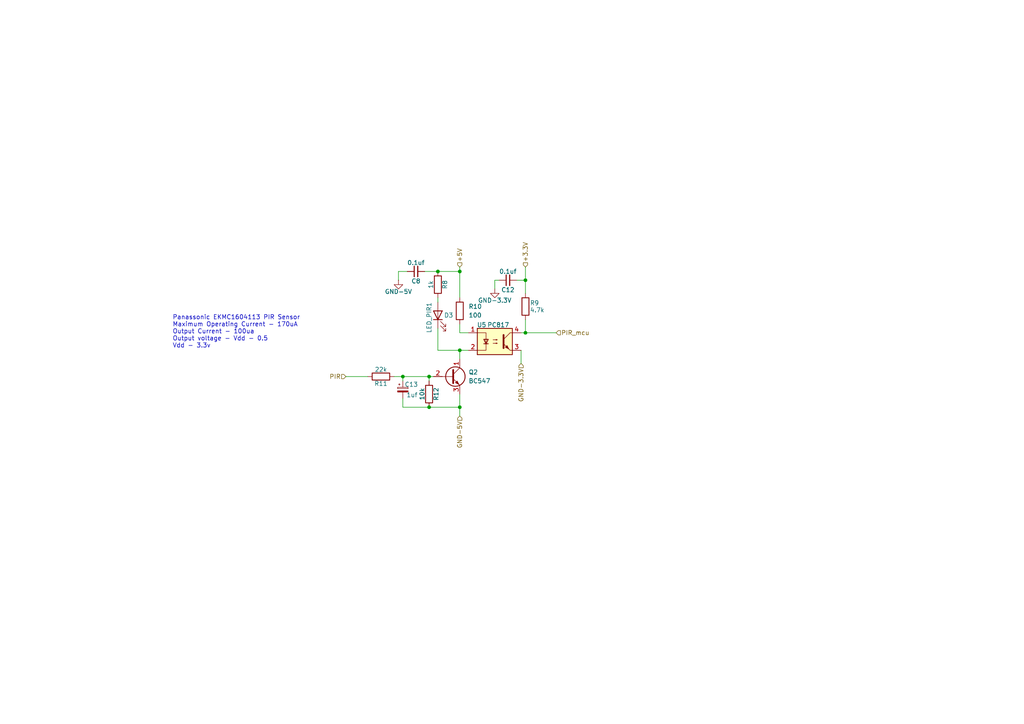
<source format=kicad_sch>
(kicad_sch
	(version 20250114)
	(generator "eeschema")
	(generator_version "9.0")
	(uuid "6f02992d-4d27-48ca-9ceb-87be7021ee26")
	(paper "A4")
	(lib_symbols
		(symbol "Device:C_Polarized_Small"
			(pin_numbers
				(hide yes)
			)
			(pin_names
				(offset 0.254)
				(hide yes)
			)
			(exclude_from_sim no)
			(in_bom yes)
			(on_board yes)
			(property "Reference" "C"
				(at 0.254 1.778 0)
				(effects
					(font
						(size 1.27 1.27)
					)
					(justify left)
				)
			)
			(property "Value" "C_Polarized_Small"
				(at 0.254 -2.032 0)
				(effects
					(font
						(size 1.27 1.27)
					)
					(justify left)
				)
			)
			(property "Footprint" ""
				(at 0 0 0)
				(effects
					(font
						(size 1.27 1.27)
					)
					(hide yes)
				)
			)
			(property "Datasheet" "~"
				(at 0 0 0)
				(effects
					(font
						(size 1.27 1.27)
					)
					(hide yes)
				)
			)
			(property "Description" "Polarized capacitor, small symbol"
				(at 0 0 0)
				(effects
					(font
						(size 1.27 1.27)
					)
					(hide yes)
				)
			)
			(property "ki_keywords" "cap capacitor"
				(at 0 0 0)
				(effects
					(font
						(size 1.27 1.27)
					)
					(hide yes)
				)
			)
			(property "ki_fp_filters" "CP_*"
				(at 0 0 0)
				(effects
					(font
						(size 1.27 1.27)
					)
					(hide yes)
				)
			)
			(symbol "C_Polarized_Small_0_1"
				(rectangle
					(start -1.524 0.6858)
					(end 1.524 0.3048)
					(stroke
						(width 0)
						(type default)
					)
					(fill
						(type none)
					)
				)
				(rectangle
					(start -1.524 -0.3048)
					(end 1.524 -0.6858)
					(stroke
						(width 0)
						(type default)
					)
					(fill
						(type outline)
					)
				)
				(polyline
					(pts
						(xy -1.27 1.524) (xy -0.762 1.524)
					)
					(stroke
						(width 0)
						(type default)
					)
					(fill
						(type none)
					)
				)
				(polyline
					(pts
						(xy -1.016 1.27) (xy -1.016 1.778)
					)
					(stroke
						(width 0)
						(type default)
					)
					(fill
						(type none)
					)
				)
			)
			(symbol "C_Polarized_Small_1_1"
				(pin passive line
					(at 0 2.54 270)
					(length 1.8542)
					(name "~"
						(effects
							(font
								(size 1.27 1.27)
							)
						)
					)
					(number "1"
						(effects
							(font
								(size 1.27 1.27)
							)
						)
					)
				)
				(pin passive line
					(at 0 -2.54 90)
					(length 1.8542)
					(name "~"
						(effects
							(font
								(size 1.27 1.27)
							)
						)
					)
					(number "2"
						(effects
							(font
								(size 1.27 1.27)
							)
						)
					)
				)
			)
			(embedded_fonts no)
		)
		(symbol "Device:C_Small"
			(pin_numbers
				(hide yes)
			)
			(pin_names
				(offset 0.254)
				(hide yes)
			)
			(exclude_from_sim no)
			(in_bom yes)
			(on_board yes)
			(property "Reference" "C"
				(at 0.254 1.778 0)
				(effects
					(font
						(size 1.27 1.27)
					)
					(justify left)
				)
			)
			(property "Value" "C_Small"
				(at 0.254 -2.032 0)
				(effects
					(font
						(size 1.27 1.27)
					)
					(justify left)
				)
			)
			(property "Footprint" ""
				(at 0 0 0)
				(effects
					(font
						(size 1.27 1.27)
					)
					(hide yes)
				)
			)
			(property "Datasheet" "~"
				(at 0 0 0)
				(effects
					(font
						(size 1.27 1.27)
					)
					(hide yes)
				)
			)
			(property "Description" "Unpolarized capacitor, small symbol"
				(at 0 0 0)
				(effects
					(font
						(size 1.27 1.27)
					)
					(hide yes)
				)
			)
			(property "ki_keywords" "capacitor cap"
				(at 0 0 0)
				(effects
					(font
						(size 1.27 1.27)
					)
					(hide yes)
				)
			)
			(property "ki_fp_filters" "C_*"
				(at 0 0 0)
				(effects
					(font
						(size 1.27 1.27)
					)
					(hide yes)
				)
			)
			(symbol "C_Small_0_1"
				(polyline
					(pts
						(xy -1.524 0.508) (xy 1.524 0.508)
					)
					(stroke
						(width 0.3048)
						(type default)
					)
					(fill
						(type none)
					)
				)
				(polyline
					(pts
						(xy -1.524 -0.508) (xy 1.524 -0.508)
					)
					(stroke
						(width 0.3302)
						(type default)
					)
					(fill
						(type none)
					)
				)
			)
			(symbol "C_Small_1_1"
				(pin passive line
					(at 0 2.54 270)
					(length 2.032)
					(name "~"
						(effects
							(font
								(size 1.27 1.27)
							)
						)
					)
					(number "1"
						(effects
							(font
								(size 1.27 1.27)
							)
						)
					)
				)
				(pin passive line
					(at 0 -2.54 90)
					(length 2.032)
					(name "~"
						(effects
							(font
								(size 1.27 1.27)
							)
						)
					)
					(number "2"
						(effects
							(font
								(size 1.27 1.27)
							)
						)
					)
				)
			)
			(embedded_fonts no)
		)
		(symbol "Device:LED"
			(pin_numbers
				(hide yes)
			)
			(pin_names
				(offset 1.016)
				(hide yes)
			)
			(exclude_from_sim no)
			(in_bom yes)
			(on_board yes)
			(property "Reference" "D"
				(at 0 2.54 0)
				(effects
					(font
						(size 1.27 1.27)
					)
				)
			)
			(property "Value" "LED"
				(at 0 -2.54 0)
				(effects
					(font
						(size 1.27 1.27)
					)
				)
			)
			(property "Footprint" ""
				(at 0 0 0)
				(effects
					(font
						(size 1.27 1.27)
					)
					(hide yes)
				)
			)
			(property "Datasheet" "~"
				(at 0 0 0)
				(effects
					(font
						(size 1.27 1.27)
					)
					(hide yes)
				)
			)
			(property "Description" "Light emitting diode"
				(at 0 0 0)
				(effects
					(font
						(size 1.27 1.27)
					)
					(hide yes)
				)
			)
			(property "Sim.Pins" "1=K 2=A"
				(at 0 0 0)
				(effects
					(font
						(size 1.27 1.27)
					)
					(hide yes)
				)
			)
			(property "ki_keywords" "LED diode"
				(at 0 0 0)
				(effects
					(font
						(size 1.27 1.27)
					)
					(hide yes)
				)
			)
			(property "ki_fp_filters" "LED* LED_SMD:* LED_THT:*"
				(at 0 0 0)
				(effects
					(font
						(size 1.27 1.27)
					)
					(hide yes)
				)
			)
			(symbol "LED_0_1"
				(polyline
					(pts
						(xy -3.048 -0.762) (xy -4.572 -2.286) (xy -3.81 -2.286) (xy -4.572 -2.286) (xy -4.572 -1.524)
					)
					(stroke
						(width 0)
						(type default)
					)
					(fill
						(type none)
					)
				)
				(polyline
					(pts
						(xy -1.778 -0.762) (xy -3.302 -2.286) (xy -2.54 -2.286) (xy -3.302 -2.286) (xy -3.302 -1.524)
					)
					(stroke
						(width 0)
						(type default)
					)
					(fill
						(type none)
					)
				)
				(polyline
					(pts
						(xy -1.27 0) (xy 1.27 0)
					)
					(stroke
						(width 0)
						(type default)
					)
					(fill
						(type none)
					)
				)
				(polyline
					(pts
						(xy -1.27 -1.27) (xy -1.27 1.27)
					)
					(stroke
						(width 0.254)
						(type default)
					)
					(fill
						(type none)
					)
				)
				(polyline
					(pts
						(xy 1.27 -1.27) (xy 1.27 1.27) (xy -1.27 0) (xy 1.27 -1.27)
					)
					(stroke
						(width 0.254)
						(type default)
					)
					(fill
						(type none)
					)
				)
			)
			(symbol "LED_1_1"
				(pin passive line
					(at -3.81 0 0)
					(length 2.54)
					(name "K"
						(effects
							(font
								(size 1.27 1.27)
							)
						)
					)
					(number "1"
						(effects
							(font
								(size 1.27 1.27)
							)
						)
					)
				)
				(pin passive line
					(at 3.81 0 180)
					(length 2.54)
					(name "A"
						(effects
							(font
								(size 1.27 1.27)
							)
						)
					)
					(number "2"
						(effects
							(font
								(size 1.27 1.27)
							)
						)
					)
				)
			)
			(embedded_fonts no)
		)
		(symbol "Device:R"
			(pin_numbers
				(hide yes)
			)
			(pin_names
				(offset 0)
			)
			(exclude_from_sim no)
			(in_bom yes)
			(on_board yes)
			(property "Reference" "R"
				(at 2.032 0 90)
				(effects
					(font
						(size 1.27 1.27)
					)
				)
			)
			(property "Value" "R"
				(at 0 0 90)
				(effects
					(font
						(size 1.27 1.27)
					)
				)
			)
			(property "Footprint" ""
				(at -1.778 0 90)
				(effects
					(font
						(size 1.27 1.27)
					)
					(hide yes)
				)
			)
			(property "Datasheet" "~"
				(at 0 0 0)
				(effects
					(font
						(size 1.27 1.27)
					)
					(hide yes)
				)
			)
			(property "Description" "Resistor"
				(at 0 0 0)
				(effects
					(font
						(size 1.27 1.27)
					)
					(hide yes)
				)
			)
			(property "ki_keywords" "R res resistor"
				(at 0 0 0)
				(effects
					(font
						(size 1.27 1.27)
					)
					(hide yes)
				)
			)
			(property "ki_fp_filters" "R_*"
				(at 0 0 0)
				(effects
					(font
						(size 1.27 1.27)
					)
					(hide yes)
				)
			)
			(symbol "R_0_1"
				(rectangle
					(start -1.016 -2.54)
					(end 1.016 2.54)
					(stroke
						(width 0.254)
						(type default)
					)
					(fill
						(type none)
					)
				)
			)
			(symbol "R_1_1"
				(pin passive line
					(at 0 3.81 270)
					(length 1.27)
					(name "~"
						(effects
							(font
								(size 1.27 1.27)
							)
						)
					)
					(number "1"
						(effects
							(font
								(size 1.27 1.27)
							)
						)
					)
				)
				(pin passive line
					(at 0 -3.81 90)
					(length 1.27)
					(name "~"
						(effects
							(font
								(size 1.27 1.27)
							)
						)
					)
					(number "2"
						(effects
							(font
								(size 1.27 1.27)
							)
						)
					)
				)
			)
			(embedded_fonts no)
		)
		(symbol "Isolator:PC817"
			(pin_names
				(offset 1.016)
			)
			(exclude_from_sim no)
			(in_bom yes)
			(on_board yes)
			(property "Reference" "U"
				(at -5.08 5.08 0)
				(effects
					(font
						(size 1.27 1.27)
					)
					(justify left)
				)
			)
			(property "Value" "PC817"
				(at 0 5.08 0)
				(effects
					(font
						(size 1.27 1.27)
					)
					(justify left)
				)
			)
			(property "Footprint" "Package_DIP:DIP-4_W7.62mm"
				(at -5.08 -5.08 0)
				(effects
					(font
						(size 1.27 1.27)
						(italic yes)
					)
					(justify left)
					(hide yes)
				)
			)
			(property "Datasheet" "http://www.soselectronic.cz/a_info/resource/d/pc817.pdf"
				(at 0 0 0)
				(effects
					(font
						(size 1.27 1.27)
					)
					(justify left)
					(hide yes)
				)
			)
			(property "Description" "DC Optocoupler, Vce 35V, CTR 50-300%, DIP-4"
				(at 0 0 0)
				(effects
					(font
						(size 1.27 1.27)
					)
					(hide yes)
				)
			)
			(property "ki_keywords" "NPN DC Optocoupler"
				(at 0 0 0)
				(effects
					(font
						(size 1.27 1.27)
					)
					(hide yes)
				)
			)
			(property "ki_fp_filters" "DIP*W7.62mm*"
				(at 0 0 0)
				(effects
					(font
						(size 1.27 1.27)
					)
					(hide yes)
				)
			)
			(symbol "PC817_0_1"
				(rectangle
					(start -5.08 3.81)
					(end 5.08 -3.81)
					(stroke
						(width 0.254)
						(type default)
					)
					(fill
						(type background)
					)
				)
				(polyline
					(pts
						(xy -5.08 2.54) (xy -2.54 2.54) (xy -2.54 -0.635)
					)
					(stroke
						(width 0)
						(type default)
					)
					(fill
						(type none)
					)
				)
				(polyline
					(pts
						(xy -3.175 -0.635) (xy -1.905 -0.635)
					)
					(stroke
						(width 0.254)
						(type default)
					)
					(fill
						(type none)
					)
				)
				(polyline
					(pts
						(xy -2.54 -0.635) (xy -2.54 -2.54) (xy -5.08 -2.54)
					)
					(stroke
						(width 0)
						(type default)
					)
					(fill
						(type none)
					)
				)
				(polyline
					(pts
						(xy -2.54 -0.635) (xy -3.175 0.635) (xy -1.905 0.635) (xy -2.54 -0.635)
					)
					(stroke
						(width 0.254)
						(type default)
					)
					(fill
						(type none)
					)
				)
				(polyline
					(pts
						(xy -0.508 0.508) (xy 0.762 0.508) (xy 0.381 0.381) (xy 0.381 0.635) (xy 0.762 0.508)
					)
					(stroke
						(width 0)
						(type default)
					)
					(fill
						(type none)
					)
				)
				(polyline
					(pts
						(xy -0.508 -0.508) (xy 0.762 -0.508) (xy 0.381 -0.635) (xy 0.381 -0.381) (xy 0.762 -0.508)
					)
					(stroke
						(width 0)
						(type default)
					)
					(fill
						(type none)
					)
				)
				(polyline
					(pts
						(xy 2.54 1.905) (xy 2.54 -1.905) (xy 2.54 -1.905)
					)
					(stroke
						(width 0.508)
						(type default)
					)
					(fill
						(type none)
					)
				)
				(polyline
					(pts
						(xy 2.54 0.635) (xy 4.445 2.54)
					)
					(stroke
						(width 0)
						(type default)
					)
					(fill
						(type none)
					)
				)
				(polyline
					(pts
						(xy 3.048 -1.651) (xy 3.556 -1.143) (xy 4.064 -2.159) (xy 3.048 -1.651) (xy 3.048 -1.651)
					)
					(stroke
						(width 0)
						(type default)
					)
					(fill
						(type outline)
					)
				)
				(polyline
					(pts
						(xy 4.445 2.54) (xy 5.08 2.54)
					)
					(stroke
						(width 0)
						(type default)
					)
					(fill
						(type none)
					)
				)
				(polyline
					(pts
						(xy 4.445 -2.54) (xy 2.54 -0.635)
					)
					(stroke
						(width 0)
						(type default)
					)
					(fill
						(type outline)
					)
				)
				(polyline
					(pts
						(xy 4.445 -2.54) (xy 5.08 -2.54)
					)
					(stroke
						(width 0)
						(type default)
					)
					(fill
						(type none)
					)
				)
			)
			(symbol "PC817_1_1"
				(pin passive line
					(at -7.62 2.54 0)
					(length 2.54)
					(name "~"
						(effects
							(font
								(size 1.27 1.27)
							)
						)
					)
					(number "1"
						(effects
							(font
								(size 1.27 1.27)
							)
						)
					)
				)
				(pin passive line
					(at -7.62 -2.54 0)
					(length 2.54)
					(name "~"
						(effects
							(font
								(size 1.27 1.27)
							)
						)
					)
					(number "2"
						(effects
							(font
								(size 1.27 1.27)
							)
						)
					)
				)
				(pin passive line
					(at 7.62 2.54 180)
					(length 2.54)
					(name "~"
						(effects
							(font
								(size 1.27 1.27)
							)
						)
					)
					(number "4"
						(effects
							(font
								(size 1.27 1.27)
							)
						)
					)
				)
				(pin passive line
					(at 7.62 -2.54 180)
					(length 2.54)
					(name "~"
						(effects
							(font
								(size 1.27 1.27)
							)
						)
					)
					(number "3"
						(effects
							(font
								(size 1.27 1.27)
							)
						)
					)
				)
			)
			(embedded_fonts no)
		)
		(symbol "Transistor_BJT:BC547"
			(pin_names
				(offset 0)
				(hide yes)
			)
			(exclude_from_sim no)
			(in_bom yes)
			(on_board yes)
			(property "Reference" "Q"
				(at 5.08 1.905 0)
				(effects
					(font
						(size 1.27 1.27)
					)
					(justify left)
				)
			)
			(property "Value" "BC547"
				(at 5.08 0 0)
				(effects
					(font
						(size 1.27 1.27)
					)
					(justify left)
				)
			)
			(property "Footprint" "Package_TO_SOT_THT:TO-92_Inline"
				(at 5.08 -1.905 0)
				(effects
					(font
						(size 1.27 1.27)
						(italic yes)
					)
					(justify left)
					(hide yes)
				)
			)
			(property "Datasheet" "https://www.onsemi.com/pub/Collateral/BC550-D.pdf"
				(at 0 0 0)
				(effects
					(font
						(size 1.27 1.27)
					)
					(justify left)
					(hide yes)
				)
			)
			(property "Description" "0.1A Ic, 45V Vce, Small Signal NPN Transistor, TO-92"
				(at 0 0 0)
				(effects
					(font
						(size 1.27 1.27)
					)
					(hide yes)
				)
			)
			(property "ki_keywords" "NPN Transistor"
				(at 0 0 0)
				(effects
					(font
						(size 1.27 1.27)
					)
					(hide yes)
				)
			)
			(property "ki_fp_filters" "TO?92*"
				(at 0 0 0)
				(effects
					(font
						(size 1.27 1.27)
					)
					(hide yes)
				)
			)
			(symbol "BC547_0_1"
				(polyline
					(pts
						(xy -2.54 0) (xy 0.635 0)
					)
					(stroke
						(width 0)
						(type default)
					)
					(fill
						(type none)
					)
				)
				(polyline
					(pts
						(xy 0.635 1.905) (xy 0.635 -1.905)
					)
					(stroke
						(width 0.508)
						(type default)
					)
					(fill
						(type none)
					)
				)
				(circle
					(center 1.27 0)
					(radius 2.8194)
					(stroke
						(width 0.254)
						(type default)
					)
					(fill
						(type none)
					)
				)
			)
			(symbol "BC547_1_1"
				(polyline
					(pts
						(xy 0.635 0.635) (xy 2.54 2.54)
					)
					(stroke
						(width 0)
						(type default)
					)
					(fill
						(type none)
					)
				)
				(polyline
					(pts
						(xy 0.635 -0.635) (xy 2.54 -2.54)
					)
					(stroke
						(width 0)
						(type default)
					)
					(fill
						(type none)
					)
				)
				(polyline
					(pts
						(xy 1.27 -1.778) (xy 1.778 -1.27) (xy 2.286 -2.286) (xy 1.27 -1.778)
					)
					(stroke
						(width 0)
						(type default)
					)
					(fill
						(type outline)
					)
				)
				(pin input line
					(at -5.08 0 0)
					(length 2.54)
					(name "B"
						(effects
							(font
								(size 1.27 1.27)
							)
						)
					)
					(number "2"
						(effects
							(font
								(size 1.27 1.27)
							)
						)
					)
				)
				(pin passive line
					(at 2.54 5.08 270)
					(length 2.54)
					(name "C"
						(effects
							(font
								(size 1.27 1.27)
							)
						)
					)
					(number "1"
						(effects
							(font
								(size 1.27 1.27)
							)
						)
					)
				)
				(pin passive line
					(at 2.54 -5.08 90)
					(length 2.54)
					(name "E"
						(effects
							(font
								(size 1.27 1.27)
							)
						)
					)
					(number "3"
						(effects
							(font
								(size 1.27 1.27)
							)
						)
					)
				)
			)
			(embedded_fonts no)
		)
		(symbol "power:GND"
			(power)
			(pin_numbers
				(hide yes)
			)
			(pin_names
				(offset 0)
				(hide yes)
			)
			(exclude_from_sim no)
			(in_bom yes)
			(on_board yes)
			(property "Reference" "#PWR"
				(at 0 -6.35 0)
				(effects
					(font
						(size 1.27 1.27)
					)
					(hide yes)
				)
			)
			(property "Value" "GND"
				(at 0 -3.81 0)
				(effects
					(font
						(size 1.27 1.27)
					)
				)
			)
			(property "Footprint" ""
				(at 0 0 0)
				(effects
					(font
						(size 1.27 1.27)
					)
					(hide yes)
				)
			)
			(property "Datasheet" ""
				(at 0 0 0)
				(effects
					(font
						(size 1.27 1.27)
					)
					(hide yes)
				)
			)
			(property "Description" "Power symbol creates a global label with name \"GND\" , ground"
				(at 0 0 0)
				(effects
					(font
						(size 1.27 1.27)
					)
					(hide yes)
				)
			)
			(property "ki_keywords" "global power"
				(at 0 0 0)
				(effects
					(font
						(size 1.27 1.27)
					)
					(hide yes)
				)
			)
			(symbol "GND_0_1"
				(polyline
					(pts
						(xy 0 0) (xy 0 -1.27) (xy 1.27 -1.27) (xy 0 -2.54) (xy -1.27 -1.27) (xy 0 -1.27)
					)
					(stroke
						(width 0)
						(type default)
					)
					(fill
						(type none)
					)
				)
			)
			(symbol "GND_1_1"
				(pin power_in line
					(at 0 0 270)
					(length 0)
					(name "~"
						(effects
							(font
								(size 1.27 1.27)
							)
						)
					)
					(number "1"
						(effects
							(font
								(size 1.27 1.27)
							)
						)
					)
				)
			)
			(embedded_fonts no)
		)
	)
	(text "Panassonic EKMC1604113 PIR Sensor\nMaximum Operating Current - 170uA\nOutput Current - 100ua\nOutput voltage - Vdd - 0.5\nVdd - 3.3v"
		(exclude_from_sim no)
		(at 50.038 96.266 0)
		(effects
			(font
				(size 1.27 1.27)
			)
			(justify left)
		)
		(uuid "3dd0a0e3-79f3-40ce-8134-0a5642b8420f")
	)
	(junction
		(at 133.35 118.11)
		(diameter 0)
		(color 0 0 0 0)
		(uuid "17cc16e5-e780-478e-94f6-1f8d158713cf")
	)
	(junction
		(at 152.4 81.28)
		(diameter 0)
		(color 0 0 0 0)
		(uuid "2a53e2c8-2639-4d0a-af82-c811d4502198")
	)
	(junction
		(at 116.84 109.22)
		(diameter 0)
		(color 0 0 0 0)
		(uuid "4084fe60-19ab-4581-860f-f6e875a6936b")
	)
	(junction
		(at 133.35 78.74)
		(diameter 0)
		(color 0 0 0 0)
		(uuid "59528fbb-8e93-4402-8dcb-f94a06b51748")
	)
	(junction
		(at 127 78.74)
		(diameter 0)
		(color 0 0 0 0)
		(uuid "74472338-3d46-467a-b053-02f5200bb2ab")
	)
	(junction
		(at 133.35 101.6)
		(diameter 0)
		(color 0 0 0 0)
		(uuid "a7344508-993f-491b-85e5-aed90034bd10")
	)
	(junction
		(at 124.46 118.11)
		(diameter 0)
		(color 0 0 0 0)
		(uuid "e887403c-6839-43ca-9734-771bb4a2e79e")
	)
	(junction
		(at 152.4 96.52)
		(diameter 0)
		(color 0 0 0 0)
		(uuid "f09d7b91-8af5-4767-913b-04d88bb523f6")
	)
	(junction
		(at 124.46 109.22)
		(diameter 0)
		(color 0 0 0 0)
		(uuid "f7e2aed2-5302-43ad-b123-c3137778ef31")
	)
	(wire
		(pts
			(xy 116.84 109.22) (xy 116.84 110.49)
		)
		(stroke
			(width 0)
			(type default)
		)
		(uuid "03964a82-84ea-4879-a50e-613f4c03233a")
	)
	(wire
		(pts
			(xy 133.35 114.3) (xy 133.35 118.11)
		)
		(stroke
			(width 0)
			(type default)
		)
		(uuid "192c1a93-d026-4fd2-93cf-cc5e1664fb77")
	)
	(wire
		(pts
			(xy 133.35 96.52) (xy 135.89 96.52)
		)
		(stroke
			(width 0)
			(type default)
		)
		(uuid "24800840-6055-477c-8ead-25e6a8899fd5")
	)
	(wire
		(pts
			(xy 152.4 77.47) (xy 152.4 81.28)
		)
		(stroke
			(width 0)
			(type default)
		)
		(uuid "32890e10-48d1-494d-871f-a9b1d039f084")
	)
	(wire
		(pts
			(xy 152.4 96.52) (xy 152.4 92.71)
		)
		(stroke
			(width 0)
			(type default)
		)
		(uuid "37ff9351-5d13-4ee2-972e-7774e683a49c")
	)
	(wire
		(pts
			(xy 143.51 83.82) (xy 143.51 81.28)
		)
		(stroke
			(width 0)
			(type default)
		)
		(uuid "4db2a669-30d6-403a-b3db-726ec9c51280")
	)
	(wire
		(pts
			(xy 133.35 93.98) (xy 133.35 96.52)
		)
		(stroke
			(width 0)
			(type default)
		)
		(uuid "564b5c91-524e-4e79-a802-92292bbcff68")
	)
	(wire
		(pts
			(xy 116.84 115.57) (xy 116.84 118.11)
		)
		(stroke
			(width 0)
			(type default)
		)
		(uuid "56de0a3f-70b7-4b78-9952-664328bc0dea")
	)
	(wire
		(pts
			(xy 152.4 81.28) (xy 152.4 85.09)
		)
		(stroke
			(width 0)
			(type default)
		)
		(uuid "69dffed1-bb2e-4ed5-b77a-cfb633367d34")
	)
	(wire
		(pts
			(xy 149.86 81.28) (xy 152.4 81.28)
		)
		(stroke
			(width 0)
			(type default)
		)
		(uuid "6ddee37e-6f5d-4071-9f34-28e1d0ba72b3")
	)
	(wire
		(pts
			(xy 151.13 96.52) (xy 152.4 96.52)
		)
		(stroke
			(width 0)
			(type default)
		)
		(uuid "73a21fa9-2ced-459e-b449-799a8d21d65e")
	)
	(wire
		(pts
			(xy 133.35 104.14) (xy 133.35 101.6)
		)
		(stroke
			(width 0)
			(type default)
		)
		(uuid "742cb097-28b6-44b9-889a-be84e20fa6a0")
	)
	(wire
		(pts
			(xy 115.57 81.28) (xy 115.57 78.74)
		)
		(stroke
			(width 0)
			(type default)
		)
		(uuid "7823b666-2a53-4edb-9152-049f33138d3b")
	)
	(wire
		(pts
			(xy 123.19 78.74) (xy 127 78.74)
		)
		(stroke
			(width 0)
			(type default)
		)
		(uuid "7ae73d9d-5371-49db-a711-df48cf4df4dd")
	)
	(wire
		(pts
			(xy 100.33 109.22) (xy 106.68 109.22)
		)
		(stroke
			(width 0)
			(type default)
		)
		(uuid "8217050a-33ff-45c4-bfe6-160ce00a8c7c")
	)
	(wire
		(pts
			(xy 116.84 109.22) (xy 124.46 109.22)
		)
		(stroke
			(width 0)
			(type default)
		)
		(uuid "863ee84e-e286-4e15-b038-d39af8b52251")
	)
	(wire
		(pts
			(xy 143.51 81.28) (xy 144.78 81.28)
		)
		(stroke
			(width 0)
			(type default)
		)
		(uuid "8dfeeafe-f58f-4251-a1b9-99a01f040631")
	)
	(wire
		(pts
			(xy 124.46 118.11) (xy 133.35 118.11)
		)
		(stroke
			(width 0)
			(type default)
		)
		(uuid "9295b5ab-b4c8-4ddc-867b-7512f671087e")
	)
	(wire
		(pts
			(xy 133.35 101.6) (xy 135.89 101.6)
		)
		(stroke
			(width 0)
			(type default)
		)
		(uuid "9a79cee3-62d9-412f-8815-4c4e4769b1bb")
	)
	(wire
		(pts
			(xy 133.35 77.47) (xy 133.35 78.74)
		)
		(stroke
			(width 0)
			(type default)
		)
		(uuid "9c063c17-4fb8-4860-866f-931b5f795f50")
	)
	(wire
		(pts
			(xy 124.46 109.22) (xy 124.46 110.49)
		)
		(stroke
			(width 0)
			(type default)
		)
		(uuid "a1f55194-9583-4989-aaf4-d155581d9847")
	)
	(wire
		(pts
			(xy 127 95.25) (xy 127 101.6)
		)
		(stroke
			(width 0)
			(type default)
		)
		(uuid "a3c34e42-28e0-48c1-9a98-bbfac1caff7a")
	)
	(wire
		(pts
			(xy 116.84 118.11) (xy 124.46 118.11)
		)
		(stroke
			(width 0)
			(type default)
		)
		(uuid "a8978e65-d1bc-4f31-be27-65eb8f5af62a")
	)
	(wire
		(pts
			(xy 133.35 78.74) (xy 133.35 86.36)
		)
		(stroke
			(width 0)
			(type default)
		)
		(uuid "ad0b85e0-1b4f-479f-afa5-f91f06dc78c6")
	)
	(wire
		(pts
			(xy 124.46 109.22) (xy 125.73 109.22)
		)
		(stroke
			(width 0)
			(type default)
		)
		(uuid "af3205cc-4814-49c0-9224-615c47bcc21c")
	)
	(wire
		(pts
			(xy 115.57 78.74) (xy 118.11 78.74)
		)
		(stroke
			(width 0)
			(type default)
		)
		(uuid "b110984c-1a1d-43f5-bf64-247d2ad71779")
	)
	(wire
		(pts
			(xy 151.13 101.6) (xy 151.13 105.41)
		)
		(stroke
			(width 0)
			(type default)
		)
		(uuid "b527f345-ce93-4dee-b462-bfbe1ee6597c")
	)
	(wire
		(pts
			(xy 127 78.74) (xy 133.35 78.74)
		)
		(stroke
			(width 0)
			(type default)
		)
		(uuid "bfb3be56-4ed0-4bf2-81db-a6357e31d52d")
	)
	(wire
		(pts
			(xy 127 86.36) (xy 127 87.63)
		)
		(stroke
			(width 0)
			(type default)
		)
		(uuid "c3542e99-9f5b-4168-be48-5c7dc4b6721e")
	)
	(wire
		(pts
			(xy 114.3 109.22) (xy 116.84 109.22)
		)
		(stroke
			(width 0)
			(type default)
		)
		(uuid "c469da40-de88-4b50-bc5a-043dc42679c7")
	)
	(wire
		(pts
			(xy 133.35 118.11) (xy 133.35 120.65)
		)
		(stroke
			(width 0)
			(type default)
		)
		(uuid "e18f539e-8177-458e-98d0-da7c091055a6")
	)
	(wire
		(pts
			(xy 152.4 96.52) (xy 161.29 96.52)
		)
		(stroke
			(width 0)
			(type default)
		)
		(uuid "f32a8e2c-3a0f-472c-94df-c1117e688d88")
	)
	(wire
		(pts
			(xy 127 101.6) (xy 133.35 101.6)
		)
		(stroke
			(width 0)
			(type default)
		)
		(uuid "f6ea0533-8fcf-4265-a3da-7f7f2585b1ed")
	)
	(hierarchical_label "PIR_mcu"
		(shape input)
		(at 161.29 96.52 0)
		(effects
			(font
				(size 1.27 1.27)
			)
			(justify left)
		)
		(uuid "1479961c-9931-4979-b67b-59b99528e646")
	)
	(hierarchical_label "+3.3V"
		(shape input)
		(at 152.4 77.47 90)
		(effects
			(font
				(size 1.27 1.27)
			)
			(justify left)
		)
		(uuid "1abf68ec-62b4-46bc-9e18-39b0e5a46bab")
	)
	(hierarchical_label "GND-3.3V"
		(shape input)
		(at 151.13 105.41 270)
		(effects
			(font
				(size 1.27 1.27)
			)
			(justify right)
		)
		(uuid "43ce7da3-d7ad-44ec-b88c-84a94126b2f3")
	)
	(hierarchical_label "+5V"
		(shape input)
		(at 133.35 77.47 90)
		(effects
			(font
				(size 1.27 1.27)
			)
			(justify left)
		)
		(uuid "7a912597-0c9d-403e-96b7-91e4e293197e")
	)
	(hierarchical_label "PIR"
		(shape input)
		(at 100.33 109.22 180)
		(effects
			(font
				(size 1.27 1.27)
			)
			(justify right)
		)
		(uuid "8062afdb-efbb-4f0a-830b-e1cdebf440c2")
	)
	(hierarchical_label "GND-5V"
		(shape input)
		(at 133.35 120.65 270)
		(effects
			(font
				(size 1.27 1.27)
			)
			(justify right)
		)
		(uuid "ab8feb6f-5bb6-4558-b3e1-dc087e07f38c")
	)
	(symbol
		(lib_id "Device:C_Small")
		(at 120.65 78.74 90)
		(unit 1)
		(exclude_from_sim no)
		(in_bom yes)
		(on_board yes)
		(dnp no)
		(uuid "02b82e54-9a24-4ee0-b015-4277d304eb36")
		(property "Reference" "C?"
			(at 120.65 81.534 90)
			(effects
				(font
					(size 1.27 1.27)
				)
			)
		)
		(property "Value" "0.1uf"
			(at 120.65 76.2 90)
			(effects
				(font
					(size 1.27 1.27)
				)
			)
		)
		(property "Footprint" "Capacitor_THT:C_Disc_D3.8mm_W2.6mm_P2.50mm"
			(at 120.65 78.74 0)
			(effects
				(font
					(size 1.27 1.27)
				)
				(hide yes)
			)
		)
		(property "Datasheet" "~"
			(at 120.65 78.74 0)
			(effects
				(font
					(size 1.27 1.27)
				)
				(hide yes)
			)
		)
		(property "Description" "Unpolarized capacitor, small symbol"
			(at 120.65 78.74 0)
			(effects
				(font
					(size 1.27 1.27)
				)
				(hide yes)
			)
		)
		(pin "1"
			(uuid "40711c43-ccb2-47b7-ac13-c166d1903257")
		)
		(pin "2"
			(uuid "658b3a0e-92dc-447e-93e5-b06987398a98")
		)
		(instances
			(project "UV360"
				(path "/f41306b9-7b2a-47ad-8a6e-226fbfa024ae/5235c0b2-ed00-4052-87b3-aafa4437d860/0c008dd0-6d54-4752-ba46-1eb6534738e0"
					(reference "C8")
					(unit 1)
				)
				(path "/f41306b9-7b2a-47ad-8a6e-226fbfa024ae/5235c0b2-ed00-4052-87b3-aafa4437d860/0fa94158-aee5-4690-93f8-1973ad62f728"
					(reference "C29")
					(unit 1)
				)
				(path "/f41306b9-7b2a-47ad-8a6e-226fbfa024ae/5235c0b2-ed00-4052-87b3-aafa4437d860/838d61aa-bfd3-43b0-96be-35c67846f33d"
					(reference "C?")
					(unit 1)
				)
			)
		)
	)
	(symbol
		(lib_id "Device:C_Polarized_Small")
		(at 116.84 113.03 0)
		(unit 1)
		(exclude_from_sim no)
		(in_bom yes)
		(on_board yes)
		(dnp no)
		(uuid "1f99517c-7d4b-4ea0-902d-da342ab644d4")
		(property "Reference" "C?"
			(at 117.348 111.506 0)
			(effects
				(font
					(size 1.27 1.27)
				)
				(justify left)
			)
		)
		(property "Value" "1uf"
			(at 117.856 114.554 0)
			(effects
				(font
					(size 1.27 1.27)
				)
				(justify left)
			)
		)
		(property "Footprint" "Capacitor_THT:CP_Radial_D8.0mm_P3.50mm"
			(at 116.84 113.03 0)
			(effects
				(font
					(size 1.27 1.27)
				)
				(hide yes)
			)
		)
		(property "Datasheet" "~"
			(at 116.84 113.03 0)
			(effects
				(font
					(size 1.27 1.27)
				)
				(hide yes)
			)
		)
		(property "Description" "Polarized capacitor, small symbol"
			(at 116.84 113.03 0)
			(effects
				(font
					(size 1.27 1.27)
				)
				(hide yes)
			)
		)
		(pin "1"
			(uuid "c6ac330b-792a-4b1d-8e86-53aac7453714")
		)
		(pin "2"
			(uuid "e871058f-04f5-4cb2-878c-f0cd007eb7e8")
		)
		(instances
			(project "UV360"
				(path "/f41306b9-7b2a-47ad-8a6e-226fbfa024ae/5235c0b2-ed00-4052-87b3-aafa4437d860/0c008dd0-6d54-4752-ba46-1eb6534738e0"
					(reference "C13")
					(unit 1)
				)
				(path "/f41306b9-7b2a-47ad-8a6e-226fbfa024ae/5235c0b2-ed00-4052-87b3-aafa4437d860/0fa94158-aee5-4690-93f8-1973ad62f728"
					(reference "C31")
					(unit 1)
				)
				(path "/f41306b9-7b2a-47ad-8a6e-226fbfa024ae/5235c0b2-ed00-4052-87b3-aafa4437d860/838d61aa-bfd3-43b0-96be-35c67846f33d"
					(reference "C?")
					(unit 1)
				)
			)
		)
	)
	(symbol
		(lib_id "Device:R")
		(at 124.46 114.3 180)
		(unit 1)
		(exclude_from_sim no)
		(in_bom yes)
		(on_board yes)
		(dnp no)
		(uuid "35ae8026-793b-43b8-9449-4a380de7ab98")
		(property "Reference" "R?"
			(at 126.492 114.3 90)
			(effects
				(font
					(size 1.27 1.27)
				)
			)
		)
		(property "Value" "10k"
			(at 122.428 114.3 90)
			(effects
				(font
					(size 1.27 1.27)
				)
			)
		)
		(property "Footprint" "Resistor_THT:R_Axial_DIN0204_L3.6mm_D1.6mm_P7.62mm_Horizontal"
			(at 126.238 114.3 90)
			(effects
				(font
					(size 1.27 1.27)
				)
				(hide yes)
			)
		)
		(property "Datasheet" "~"
			(at 124.46 114.3 0)
			(effects
				(font
					(size 1.27 1.27)
				)
				(hide yes)
			)
		)
		(property "Description" "Resistor"
			(at 124.46 114.3 0)
			(effects
				(font
					(size 1.27 1.27)
				)
				(hide yes)
			)
		)
		(pin "1"
			(uuid "45d35a7a-882a-417f-be77-88163e9f35d7")
		)
		(pin "2"
			(uuid "8b2d5d81-3b83-4f4d-8b2b-08d521548d0a")
		)
		(instances
			(project "UV360"
				(path "/f41306b9-7b2a-47ad-8a6e-226fbfa024ae/5235c0b2-ed00-4052-87b3-aafa4437d860/0c008dd0-6d54-4752-ba46-1eb6534738e0"
					(reference "R12")
					(unit 1)
				)
				(path "/f41306b9-7b2a-47ad-8a6e-226fbfa024ae/5235c0b2-ed00-4052-87b3-aafa4437d860/0fa94158-aee5-4690-93f8-1973ad62f728"
					(reference "R27")
					(unit 1)
				)
				(path "/f41306b9-7b2a-47ad-8a6e-226fbfa024ae/5235c0b2-ed00-4052-87b3-aafa4437d860/838d61aa-bfd3-43b0-96be-35c67846f33d"
					(reference "R?")
					(unit 1)
				)
			)
		)
	)
	(symbol
		(lib_id "Device:R")
		(at 110.49 109.22 90)
		(unit 1)
		(exclude_from_sim no)
		(in_bom yes)
		(on_board yes)
		(dnp no)
		(uuid "4e929eb8-a3e1-4c4e-ab69-a3dfa4db5201")
		(property "Reference" "R?"
			(at 110.49 111.252 90)
			(effects
				(font
					(size 1.27 1.27)
				)
			)
		)
		(property "Value" "22k"
			(at 110.49 107.188 90)
			(effects
				(font
					(size 1.27 1.27)
				)
			)
		)
		(property "Footprint" "Resistor_THT:R_Axial_DIN0204_L3.6mm_D1.6mm_P7.62mm_Horizontal"
			(at 110.49 110.998 90)
			(effects
				(font
					(size 1.27 1.27)
				)
				(hide yes)
			)
		)
		(property "Datasheet" "~"
			(at 110.49 109.22 0)
			(effects
				(font
					(size 1.27 1.27)
				)
				(hide yes)
			)
		)
		(property "Description" "Resistor"
			(at 110.49 109.22 0)
			(effects
				(font
					(size 1.27 1.27)
				)
				(hide yes)
			)
		)
		(pin "1"
			(uuid "69cffc57-9ed7-4bce-8a65-427b5920f9d7")
		)
		(pin "2"
			(uuid "13c4df6a-67e8-47b9-9d15-011d855d9040")
		)
		(instances
			(project "UV360"
				(path "/f41306b9-7b2a-47ad-8a6e-226fbfa024ae/5235c0b2-ed00-4052-87b3-aafa4437d860/0c008dd0-6d54-4752-ba46-1eb6534738e0"
					(reference "R11")
					(unit 1)
				)
				(path "/f41306b9-7b2a-47ad-8a6e-226fbfa024ae/5235c0b2-ed00-4052-87b3-aafa4437d860/0fa94158-aee5-4690-93f8-1973ad62f728"
					(reference "R26")
					(unit 1)
				)
				(path "/f41306b9-7b2a-47ad-8a6e-226fbfa024ae/5235c0b2-ed00-4052-87b3-aafa4437d860/838d61aa-bfd3-43b0-96be-35c67846f33d"
					(reference "R?")
					(unit 1)
				)
			)
		)
	)
	(symbol
		(lib_id "Device:R")
		(at 127 82.55 180)
		(unit 1)
		(exclude_from_sim no)
		(in_bom yes)
		(on_board yes)
		(dnp no)
		(uuid "4f78c4b0-2960-4104-a8ee-4e6a5e96198f")
		(property "Reference" "R?"
			(at 129.032 82.55 90)
			(effects
				(font
					(size 1.27 1.27)
				)
			)
		)
		(property "Value" "1k"
			(at 124.968 82.55 90)
			(effects
				(font
					(size 1.27 1.27)
				)
			)
		)
		(property "Footprint" "Resistor_THT:R_Axial_DIN0204_L3.6mm_D1.6mm_P7.62mm_Horizontal"
			(at 128.778 82.55 90)
			(effects
				(font
					(size 1.27 1.27)
				)
				(hide yes)
			)
		)
		(property "Datasheet" "~"
			(at 127 82.55 0)
			(effects
				(font
					(size 1.27 1.27)
				)
				(hide yes)
			)
		)
		(property "Description" "Resistor"
			(at 127 82.55 0)
			(effects
				(font
					(size 1.27 1.27)
				)
				(hide yes)
			)
		)
		(pin "1"
			(uuid "5ef301cb-afdb-4bde-9d32-e136edf4d56a")
		)
		(pin "2"
			(uuid "4b180be5-a30c-41a1-bd0a-490a62adbd88")
		)
		(instances
			(project "UV360"
				(path "/f41306b9-7b2a-47ad-8a6e-226fbfa024ae/5235c0b2-ed00-4052-87b3-aafa4437d860/0c008dd0-6d54-4752-ba46-1eb6534738e0"
					(reference "R8")
					(unit 1)
				)
				(path "/f41306b9-7b2a-47ad-8a6e-226fbfa024ae/5235c0b2-ed00-4052-87b3-aafa4437d860/0fa94158-aee5-4690-93f8-1973ad62f728"
					(reference "R23")
					(unit 1)
				)
				(path "/f41306b9-7b2a-47ad-8a6e-226fbfa024ae/5235c0b2-ed00-4052-87b3-aafa4437d860/838d61aa-bfd3-43b0-96be-35c67846f33d"
					(reference "R?")
					(unit 1)
				)
			)
		)
	)
	(symbol
		(lib_id "Device:LED")
		(at 127 91.44 90)
		(unit 1)
		(exclude_from_sim no)
		(in_bom yes)
		(on_board yes)
		(dnp no)
		(uuid "500fb131-97b9-46a5-ab81-8989813b89ba")
		(property "Reference" "D?"
			(at 128.778 91.44 90)
			(effects
				(font
					(size 1.27 1.27)
				)
				(justify right)
			)
		)
		(property "Value" "LED_PIR1"
			(at 124.46 87.63 0)
			(effects
				(font
					(size 1.27 1.27)
				)
				(justify right)
			)
		)
		(property "Footprint" "LED_THT:LED_D3.0mm"
			(at 127 91.44 0)
			(effects
				(font
					(size 1.27 1.27)
				)
				(hide yes)
			)
		)
		(property "Datasheet" "~"
			(at 127 91.44 0)
			(effects
				(font
					(size 1.27 1.27)
				)
				(hide yes)
			)
		)
		(property "Description" "Light emitting diode"
			(at 127 91.44 0)
			(effects
				(font
					(size 1.27 1.27)
				)
				(hide yes)
			)
		)
		(property "Sim.Pins" "1=K 2=A"
			(at 127 91.44 0)
			(effects
				(font
					(size 1.27 1.27)
				)
				(hide yes)
			)
		)
		(pin "1"
			(uuid "dbc42294-e914-48b3-b8d3-16719ce27be5")
		)
		(pin "2"
			(uuid "bb626ab1-7b2c-4926-a3a9-55d540386814")
		)
		(instances
			(project "UV360"
				(path "/f41306b9-7b2a-47ad-8a6e-226fbfa024ae/5235c0b2-ed00-4052-87b3-aafa4437d860/0c008dd0-6d54-4752-ba46-1eb6534738e0"
					(reference "D3")
					(unit 1)
				)
				(path "/f41306b9-7b2a-47ad-8a6e-226fbfa024ae/5235c0b2-ed00-4052-87b3-aafa4437d860/0fa94158-aee5-4690-93f8-1973ad62f728"
					(reference "D8")
					(unit 1)
				)
				(path "/f41306b9-7b2a-47ad-8a6e-226fbfa024ae/5235c0b2-ed00-4052-87b3-aafa4437d860/838d61aa-bfd3-43b0-96be-35c67846f33d"
					(reference "D?")
					(unit 1)
				)
			)
		)
	)
	(symbol
		(lib_id "Device:C_Small")
		(at 147.32 81.28 90)
		(unit 1)
		(exclude_from_sim no)
		(in_bom yes)
		(on_board yes)
		(dnp no)
		(uuid "6e995278-ca4b-4f7a-9c33-c9d8e582c58d")
		(property "Reference" "C?"
			(at 147.32 84.074 90)
			(effects
				(font
					(size 1.27 1.27)
				)
			)
		)
		(property "Value" "0.1uf"
			(at 147.32 78.74 90)
			(effects
				(font
					(size 1.27 1.27)
				)
			)
		)
		(property "Footprint" "Capacitor_THT:C_Disc_D3.8mm_W2.6mm_P2.50mm"
			(at 147.32 81.28 0)
			(effects
				(font
					(size 1.27 1.27)
				)
				(hide yes)
			)
		)
		(property "Datasheet" "~"
			(at 147.32 81.28 0)
			(effects
				(font
					(size 1.27 1.27)
				)
				(hide yes)
			)
		)
		(property "Description" "Unpolarized capacitor, small symbol"
			(at 147.32 81.28 0)
			(effects
				(font
					(size 1.27 1.27)
				)
				(hide yes)
			)
		)
		(pin "1"
			(uuid "0df99eb8-6dcd-418b-a6ff-14ec33854df0")
		)
		(pin "2"
			(uuid "e1c077d0-940d-4862-b8a5-14bf9d28d87f")
		)
		(instances
			(project "UV360"
				(path "/f41306b9-7b2a-47ad-8a6e-226fbfa024ae/5235c0b2-ed00-4052-87b3-aafa4437d860/0c008dd0-6d54-4752-ba46-1eb6534738e0"
					(reference "C12")
					(unit 1)
				)
				(path "/f41306b9-7b2a-47ad-8a6e-226fbfa024ae/5235c0b2-ed00-4052-87b3-aafa4437d860/0fa94158-aee5-4690-93f8-1973ad62f728"
					(reference "C30")
					(unit 1)
				)
				(path "/f41306b9-7b2a-47ad-8a6e-226fbfa024ae/5235c0b2-ed00-4052-87b3-aafa4437d860/838d61aa-bfd3-43b0-96be-35c67846f33d"
					(reference "C?")
					(unit 1)
				)
			)
		)
	)
	(symbol
		(lib_id "power:GND")
		(at 115.57 81.28 0)
		(unit 1)
		(exclude_from_sim no)
		(in_bom yes)
		(on_board yes)
		(dnp no)
		(uuid "ccff4530-626d-4629-8a62-de15e0963473")
		(property "Reference" "#PWR?"
			(at 115.57 87.63 0)
			(effects
				(font
					(size 1.27 1.27)
				)
				(hide yes)
			)
		)
		(property "Value" "GND-5V"
			(at 115.57 84.582 0)
			(effects
				(font
					(size 1.27 1.27)
				)
			)
		)
		(property "Footprint" ""
			(at 115.57 81.28 0)
			(effects
				(font
					(size 1.27 1.27)
				)
				(hide yes)
			)
		)
		(property "Datasheet" ""
			(at 115.57 81.28 0)
			(effects
				(font
					(size 1.27 1.27)
				)
				(hide yes)
			)
		)
		(property "Description" "Power symbol creates a global label with name \"GND\" , ground"
			(at 115.57 81.28 0)
			(effects
				(font
					(size 1.27 1.27)
				)
				(hide yes)
			)
		)
		(pin "1"
			(uuid "07c9277d-6a09-4a08-ac66-55994bec5630")
		)
		(instances
			(project "UV360"
				(path "/f41306b9-7b2a-47ad-8a6e-226fbfa024ae/5235c0b2-ed00-4052-87b3-aafa4437d860/0c008dd0-6d54-4752-ba46-1eb6534738e0"
					(reference "#PWR011")
					(unit 1)
				)
				(path "/f41306b9-7b2a-47ad-8a6e-226fbfa024ae/5235c0b2-ed00-4052-87b3-aafa4437d860/0fa94158-aee5-4690-93f8-1973ad62f728"
					(reference "#PWR09")
					(unit 1)
				)
				(path "/f41306b9-7b2a-47ad-8a6e-226fbfa024ae/5235c0b2-ed00-4052-87b3-aafa4437d860/838d61aa-bfd3-43b0-96be-35c67846f33d"
					(reference "#PWR?")
					(unit 1)
				)
			)
		)
	)
	(symbol
		(lib_id "Device:R")
		(at 133.35 90.17 0)
		(unit 1)
		(exclude_from_sim no)
		(in_bom yes)
		(on_board yes)
		(dnp no)
		(fields_autoplaced yes)
		(uuid "d6e5ccb3-80ef-4700-b7c9-6e94ccbc2d62")
		(property "Reference" "R?"
			(at 135.89 88.8999 0)
			(effects
				(font
					(size 1.27 1.27)
				)
				(justify left)
			)
		)
		(property "Value" "100"
			(at 135.89 91.4399 0)
			(effects
				(font
					(size 1.27 1.27)
				)
				(justify left)
			)
		)
		(property "Footprint" "Resistor_THT:R_Axial_DIN0204_L3.6mm_D1.6mm_P7.62mm_Horizontal"
			(at 131.572 90.17 90)
			(effects
				(font
					(size 1.27 1.27)
				)
				(hide yes)
			)
		)
		(property "Datasheet" "~"
			(at 133.35 90.17 0)
			(effects
				(font
					(size 1.27 1.27)
				)
				(hide yes)
			)
		)
		(property "Description" "Resistor"
			(at 133.35 90.17 0)
			(effects
				(font
					(size 1.27 1.27)
				)
				(hide yes)
			)
		)
		(pin "1"
			(uuid "aadddcd3-12ae-4a97-a7ca-2315c662ed7c")
		)
		(pin "2"
			(uuid "c2720581-3933-443a-a651-5fae0c619369")
		)
		(instances
			(project "UV360"
				(path "/f41306b9-7b2a-47ad-8a6e-226fbfa024ae/5235c0b2-ed00-4052-87b3-aafa4437d860/0c008dd0-6d54-4752-ba46-1eb6534738e0"
					(reference "R10")
					(unit 1)
				)
				(path "/f41306b9-7b2a-47ad-8a6e-226fbfa024ae/5235c0b2-ed00-4052-87b3-aafa4437d860/0fa94158-aee5-4690-93f8-1973ad62f728"
					(reference "R25")
					(unit 1)
				)
				(path "/f41306b9-7b2a-47ad-8a6e-226fbfa024ae/5235c0b2-ed00-4052-87b3-aafa4437d860/838d61aa-bfd3-43b0-96be-35c67846f33d"
					(reference "R?")
					(unit 1)
				)
			)
		)
	)
	(symbol
		(lib_id "Transistor_BJT:BC547")
		(at 130.81 109.22 0)
		(unit 1)
		(exclude_from_sim no)
		(in_bom yes)
		(on_board yes)
		(dnp no)
		(fields_autoplaced yes)
		(uuid "de5eca06-4564-4cee-8ed3-c75880ab1bc8")
		(property "Reference" "Q?"
			(at 135.89 107.9499 0)
			(effects
				(font
					(size 1.27 1.27)
				)
				(justify left)
			)
		)
		(property "Value" "BC547"
			(at 135.89 110.4899 0)
			(effects
				(font
					(size 1.27 1.27)
				)
				(justify left)
			)
		)
		(property "Footprint" "Package_TO_SOT_THT:TO-92_Inline"
			(at 135.89 111.125 0)
			(effects
				(font
					(size 1.27 1.27)
					(italic yes)
				)
				(justify left)
				(hide yes)
			)
		)
		(property "Datasheet" "https://www.onsemi.com/pub/Collateral/BC550-D.pdf"
			(at 130.81 109.22 0)
			(effects
				(font
					(size 1.27 1.27)
				)
				(justify left)
				(hide yes)
			)
		)
		(property "Description" "0.1A Ic, 45V Vce, Small Signal NPN Transistor, TO-92"
			(at 130.81 109.22 0)
			(effects
				(font
					(size 1.27 1.27)
				)
				(hide yes)
			)
		)
		(pin "1"
			(uuid "63b5ca49-1cac-4e1c-8e0c-8b2769f55404")
		)
		(pin "3"
			(uuid "8f9c147e-4a7b-4dd6-b2c5-fa7ba729ab0b")
		)
		(pin "2"
			(uuid "9258ebca-71fd-44ac-92ae-e8e547716da1")
		)
		(instances
			(project "UV360"
				(path "/f41306b9-7b2a-47ad-8a6e-226fbfa024ae/5235c0b2-ed00-4052-87b3-aafa4437d860/0c008dd0-6d54-4752-ba46-1eb6534738e0"
					(reference "Q2")
					(unit 1)
				)
				(path "/f41306b9-7b2a-47ad-8a6e-226fbfa024ae/5235c0b2-ed00-4052-87b3-aafa4437d860/0fa94158-aee5-4690-93f8-1973ad62f728"
					(reference "Q5")
					(unit 1)
				)
				(path "/f41306b9-7b2a-47ad-8a6e-226fbfa024ae/5235c0b2-ed00-4052-87b3-aafa4437d860/838d61aa-bfd3-43b0-96be-35c67846f33d"
					(reference "Q?")
					(unit 1)
				)
			)
		)
	)
	(symbol
		(lib_id "Device:R")
		(at 152.4 88.9 0)
		(unit 1)
		(exclude_from_sim no)
		(in_bom yes)
		(on_board yes)
		(dnp no)
		(uuid "e277a45b-d959-478e-86e7-b672262ae04d")
		(property "Reference" "R?"
			(at 153.67 87.884 0)
			(effects
				(font
					(size 1.27 1.27)
				)
				(justify left)
			)
		)
		(property "Value" "4.7k"
			(at 153.67 89.916 0)
			(effects
				(font
					(size 1.27 1.27)
				)
				(justify left)
			)
		)
		(property "Footprint" "Resistor_THT:R_Axial_DIN0204_L3.6mm_D1.6mm_P7.62mm_Horizontal"
			(at 150.622 88.9 90)
			(effects
				(font
					(size 1.27 1.27)
				)
				(hide yes)
			)
		)
		(property "Datasheet" "~"
			(at 152.4 88.9 0)
			(effects
				(font
					(size 1.27 1.27)
				)
				(hide yes)
			)
		)
		(property "Description" "Resistor"
			(at 152.4 88.9 0)
			(effects
				(font
					(size 1.27 1.27)
				)
				(hide yes)
			)
		)
		(pin "1"
			(uuid "4ee17227-b81f-4222-adbe-c0a7f9466f9a")
		)
		(pin "2"
			(uuid "39cef53d-447e-46ee-9c35-5a8a9a2aadda")
		)
		(instances
			(project "UV360"
				(path "/f41306b9-7b2a-47ad-8a6e-226fbfa024ae/5235c0b2-ed00-4052-87b3-aafa4437d860/0c008dd0-6d54-4752-ba46-1eb6534738e0"
					(reference "R9")
					(unit 1)
				)
				(path "/f41306b9-7b2a-47ad-8a6e-226fbfa024ae/5235c0b2-ed00-4052-87b3-aafa4437d860/0fa94158-aee5-4690-93f8-1973ad62f728"
					(reference "R24")
					(unit 1)
				)
				(path "/f41306b9-7b2a-47ad-8a6e-226fbfa024ae/5235c0b2-ed00-4052-87b3-aafa4437d860/838d61aa-bfd3-43b0-96be-35c67846f33d"
					(reference "R?")
					(unit 1)
				)
			)
		)
	)
	(symbol
		(lib_id "power:GND")
		(at 143.51 83.82 0)
		(unit 1)
		(exclude_from_sim no)
		(in_bom yes)
		(on_board yes)
		(dnp no)
		(uuid "e784d279-a950-43c0-a5fe-40270d60377e")
		(property "Reference" "#PWR?"
			(at 143.51 90.17 0)
			(effects
				(font
					(size 1.27 1.27)
				)
				(hide yes)
			)
		)
		(property "Value" "GND-3.3V"
			(at 143.51 87.122 0)
			(effects
				(font
					(size 1.27 1.27)
				)
			)
		)
		(property "Footprint" ""
			(at 143.51 83.82 0)
			(effects
				(font
					(size 1.27 1.27)
				)
				(hide yes)
			)
		)
		(property "Datasheet" ""
			(at 143.51 83.82 0)
			(effects
				(font
					(size 1.27 1.27)
				)
				(hide yes)
			)
		)
		(property "Description" "Power symbol creates a global label with name \"GND\" , ground"
			(at 143.51 83.82 0)
			(effects
				(font
					(size 1.27 1.27)
				)
				(hide yes)
			)
		)
		(pin "1"
			(uuid "ab257d16-4d18-4b29-ac81-0a95b0f28c3e")
		)
		(instances
			(project "UV360"
				(path "/f41306b9-7b2a-47ad-8a6e-226fbfa024ae/5235c0b2-ed00-4052-87b3-aafa4437d860/0c008dd0-6d54-4752-ba46-1eb6534738e0"
					(reference "#PWR012")
					(unit 1)
				)
				(path "/f41306b9-7b2a-47ad-8a6e-226fbfa024ae/5235c0b2-ed00-4052-87b3-aafa4437d860/0fa94158-aee5-4690-93f8-1973ad62f728"
					(reference "#PWR010")
					(unit 1)
				)
				(path "/f41306b9-7b2a-47ad-8a6e-226fbfa024ae/5235c0b2-ed00-4052-87b3-aafa4437d860/838d61aa-bfd3-43b0-96be-35c67846f33d"
					(reference "#PWR?")
					(unit 1)
				)
			)
		)
	)
	(symbol
		(lib_id "Isolator:PC817")
		(at 143.51 99.06 0)
		(unit 1)
		(exclude_from_sim no)
		(in_bom yes)
		(on_board yes)
		(dnp no)
		(uuid "f96b5a13-fc5b-42fe-aa20-a5008f2e22f1")
		(property "Reference" "U?"
			(at 139.7 94.234 0)
			(effects
				(font
					(size 1.27 1.27)
				)
			)
		)
		(property "Value" "PC817"
			(at 144.526 94.234 0)
			(effects
				(font
					(size 1.27 1.27)
				)
			)
		)
		(property "Footprint" "Package_DIP:DIP-4_W7.62mm"
			(at 138.43 104.14 0)
			(effects
				(font
					(size 1.27 1.27)
					(italic yes)
				)
				(justify left)
				(hide yes)
			)
		)
		(property "Datasheet" "http://www.soselectronic.cz/a_info/resource/d/pc817.pdf"
			(at 143.51 99.06 0)
			(effects
				(font
					(size 1.27 1.27)
				)
				(justify left)
				(hide yes)
			)
		)
		(property "Description" "DC Optocoupler, Vce 35V, CTR 50-300%, DIP-4"
			(at 143.51 99.06 0)
			(effects
				(font
					(size 1.27 1.27)
				)
				(hide yes)
			)
		)
		(pin "1"
			(uuid "7a90fa74-6a36-4366-ac08-d5947e685ea0")
		)
		(pin "2"
			(uuid "32661456-ee14-4365-8ecf-fafd6e7367a0")
		)
		(pin "3"
			(uuid "1daa6b6e-8f7d-4c0f-bb64-1631a96ebe4f")
		)
		(pin "4"
			(uuid "77c6a898-2192-49ef-bec6-880f202b2081")
		)
		(instances
			(project "UV360"
				(path "/f41306b9-7b2a-47ad-8a6e-226fbfa024ae/5235c0b2-ed00-4052-87b3-aafa4437d860/0c008dd0-6d54-4752-ba46-1eb6534738e0"
					(reference "U5")
					(unit 1)
				)
				(path "/f41306b9-7b2a-47ad-8a6e-226fbfa024ae/5235c0b2-ed00-4052-87b3-aafa4437d860/0fa94158-aee5-4690-93f8-1973ad62f728"
					(reference "U7")
					(unit 1)
				)
				(path "/f41306b9-7b2a-47ad-8a6e-226fbfa024ae/5235c0b2-ed00-4052-87b3-aafa4437d860/838d61aa-bfd3-43b0-96be-35c67846f33d"
					(reference "U?")
					(unit 1)
				)
			)
		)
	)
)

</source>
